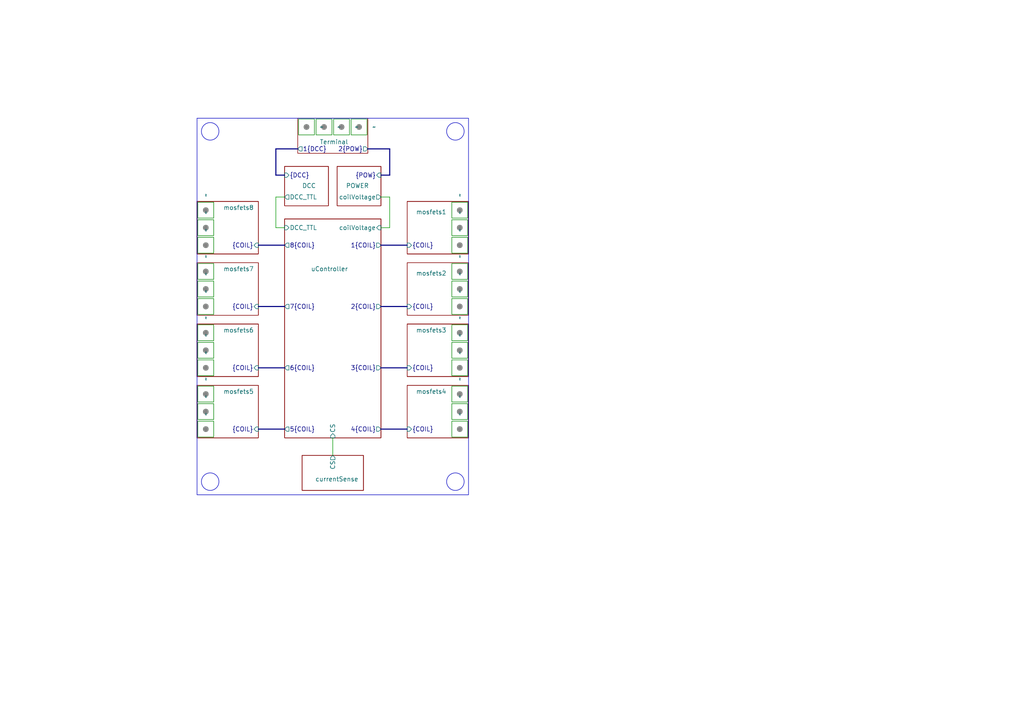
<source format=kicad_sch>
(kicad_sch (version 20231120) (generator "eeschema") (generator_version "8.0")
  (paper "A4")
  (lib_symbols
    (symbol "custom_kicad_lib_sk:screwterminal" (pin_numbers hide) (pin_names (offset 0) hide) (in_bom no) (on_board no)
      (symbol "screwterminal_1_1"
        (rectangle (start -2.3 2.3) (end 2.3 -2.3) (stroke (width 0) (color 0 132 0 1)))
        (circle (center 0 0) (radius 0.762) (stroke (width 0) (color 137 143 138 1)) (fill (type color) (color 132 132 132 1)))
      )
    )
  )
  (bus (pts (xy 106.68 43.18) (xy 113.03 43.18)))
  (bus (pts (xy 80.01 50.8) (xy 82.55 50.8)))
  (bus (pts (xy 113.03 43.18) (xy 113.03 50.8)))
  (wire (pts (xy 80.01 57.15) (xy 82.55 57.15)))
  (bus (pts (xy 74.93 71.12) (xy 82.55 71.12)))
  (bus (pts (xy 113.03 50.8) (xy 110.49 50.8)))
  (bus (pts (xy 110.49 71.12) (xy 118.11 71.12)))
  (bus (pts (xy 80.01 43.18) (xy 80.01 50.8)))
  (wire (pts (xy 96.52 132.08) (xy 96.52 127)))
  (bus (pts (xy 110.49 88.9) (xy 118.11 88.9)))
  (wire (pts (xy 110.49 57.15) (xy 113.03 57.15)))
  (wire (pts (xy 113.03 57.15) (xy 113.03 66.04)))
  (bus (pts (xy 110.49 106.68) (xy 118.11 106.68)))
  (wire (pts (xy 82.55 66.04) (xy 80.01 66.04)))
  (wire (pts (xy 110.49 66.04) (xy 113.03 66.04)))
  (wire (pts (xy 80.01 66.04) (xy 80.01 57.15)))
  (bus (pts (xy 74.93 88.9) (xy 82.55 88.9)))
  (bus (pts (xy 74.93 106.68) (xy 82.55 106.68)))
  (bus (pts (xy 110.49 124.46) (xy 118.11 124.46)))
  (bus (pts (xy 74.93 124.46) (xy 82.55 124.46)))
  (bus (pts (xy 86.36 43.18) (xy 80.01 43.18)))
  (circle (center 60.96 38.1) (radius 2.54))
  (circle (center 60.96 139.7) (radius 2.54))
  (circle (center 132.08 139.7) (radius 2.54))
  (rectangle (start 57.15 34.29) (end 135.89 143.51))
  (circle (center 132.08 38.1) (radius 2.54))
  (symbol (lib_id "custom_kicad_lib_sk:screwterminal") (at 59.69 106.68 90) (unit 1) (in_bom no) (on_board no)
    (property "Reference" "u109" (effects (hide yes)))
    (property "Value" "~" (at 59.69 102.87 0) (effects (justify left)))
  )
  (symbol (lib_id "custom_kicad_lib_sk:screwterminal") (at 59.69 119.38 90) (unit 1) (in_bom no) (on_board no)
    (property "Reference" "u111" (effects (hide yes)))
    (property "Value" "~" (at 59.69 115.57 0) (effects (justify left)))
  )
  (symbol (lib_id "custom_kicad_lib_sk:screwterminal") (at 88.9 36.83 0) (unit 1) (in_bom no) (on_board no)
    (property "Reference" "u113" (effects (hide yes)))
    (property "Value" "~" (at 92.71 36.83 0) (effects (justify left)))
  )
  (symbol (lib_id "custom_kicad_lib_sk:screwterminal") (at 59.69 88.9 90) (unit 1) (in_bom no) (on_board no)
    (property "Reference" "u106" (effects (hide yes)))
    (property "Value" "~" (at 59.69 85.09 0) (effects (justify left)))
  )
  (symbol (lib_id "custom_kicad_lib_sk:screwterminal") (at 59.69 78.74 90) (unit 1) (in_bom no) (on_board no)
    (property "Reference" "u104" (effects (hide yes)))
    (property "Value" "~" (at 59.69 74.93 0) (effects (justify left)))
  )
  (symbol (lib_id "custom_kicad_lib_sk:screwterminal") (at 133.35 124.46 90) (unit 1) (in_bom no) (on_board no)
    (property "Reference" "u128" (effects (hide yes)))
    (property "Value" "~" (at 133.35 120.65 0) (effects (justify left)))
  )
  (symbol (lib_id "custom_kicad_lib_sk:screwterminal") (at 133.35 96.52 90) (unit 1) (in_bom no) (on_board no)
    (property "Reference" "u123" (effects (hide yes)))
    (property "Value" "~" (at 133.35 92.71 0) (effects (justify left)))
  )
  (symbol (lib_id "custom_kicad_lib_sk:screwterminal") (at 133.35 60.96 90) (unit 1) (in_bom no) (on_board no)
    (property "Reference" "u117" (effects (hide yes)))
    (property "Value" "~" (at 133.35 57.15 0) (effects (justify left)))
  )
  (symbol (lib_id "custom_kicad_lib_sk:screwterminal") (at 133.35 88.9 90) (unit 1) (in_bom no) (on_board no)
    (property "Reference" "u122" (effects (hide yes)))
    (property "Value" "~" (at 133.35 85.09 0) (effects (justify left)))
  )
  (symbol (lib_id "custom_kicad_lib_sk:screwterminal") (at 59.69 71.12 90) (unit 1) (in_bom no) (on_board no)
    (property "Reference" "u103" (effects (hide yes)))
    (property "Value" "~" (at 59.69 67.31 0) (effects (justify left)))
  )
  (symbol (lib_id "custom_kicad_lib_sk:screwterminal") (at 59.69 83.82 90) (unit 1) (in_bom no) (on_board no)
    (property "Reference" "u105" (effects (hide yes)))
    (property "Value" "~" (at 59.69 80.01 0) (effects (justify left)))
  )
  (symbol (lib_id "custom_kicad_lib_sk:screwterminal") (at 59.69 96.52 90) (unit 1) (in_bom no) (on_board no)
    (property "Reference" "u107" (effects (hide yes)))
    (property "Value" "~" (at 59.69 92.71 0) (effects (justify left)))
  )
  (symbol (lib_id "custom_kicad_lib_sk:screwterminal") (at 59.69 124.46 90) (unit 1) (in_bom no) (on_board no)
    (property "Reference" "u112" (effects (hide yes)))
    (property "Value" "~" (at 59.69 120.65 0) (effects (justify left)))
  )
  (symbol (lib_id "custom_kicad_lib_sk:screwterminal") (at 133.35 78.74 90) (unit 1) (in_bom no) (on_board no)
    (property "Reference" "u120" (effects (hide yes)))
    (property "Value" "~" (at 133.35 74.93 0) (effects (justify left)))
  )
  (symbol (lib_id "custom_kicad_lib_sk:screwterminal") (at 59.69 60.96 90) (unit 1) (in_bom no) (on_board no)
    (property "Reference" "u101" (effects (hide yes)))
    (property "Value" "~" (at 59.69 57.15 0) (effects (justify left)))
  )
  (symbol (lib_id "custom_kicad_lib_sk:screwterminal") (at 133.35 83.82 90) (unit 1) (in_bom no) (on_board no)
    (property "Reference" "u121" (effects (hide yes)))
    (property "Value" "~" (at 133.35 80.01 0) (effects (justify left)))
  )
  (symbol (lib_id "custom_kicad_lib_sk:screwterminal") (at 133.35 71.12 90) (unit 1) (in_bom no) (on_board no)
    (property "Reference" "u119" (effects (hide yes)))
    (property "Value" "~" (at 133.35 67.31 0) (effects (justify left)))
  )
  (symbol (lib_id "custom_kicad_lib_sk:screwterminal") (at 133.35 66.04 90) (unit 1) (in_bom no) (on_board no)
    (property "Reference" "u118" (effects (hide yes)))
    (property "Value" "~" (at 133.35 62.23 0) (effects (justify left)))
  )
  (symbol (lib_id "custom_kicad_lib_sk:screwterminal") (at 133.35 119.38 90) (unit 1) (in_bom no) (on_board no)
    (property "Reference" "u127" (effects (hide yes)))
    (property "Value" "~" (at 133.35 115.57 0) (effects (justify left)))
  )
  (symbol (lib_id "custom_kicad_lib_sk:screwterminal") (at 59.69 114.3 90) (unit 1) (in_bom no) (on_board no)
    (property "Reference" "u110" (effects (hide yes)))
    (property "Value" "~" (at 59.69 110.49 0) (effects (justify left)))
  )
  (symbol (lib_id "custom_kicad_lib_sk:screwterminal") (at 133.35 101.6 90) (unit 1) (in_bom no) (on_board no)
    (property "Reference" "u124" (effects (hide yes)))
    (property "Value" "~" (at 133.35 97.79 0) (effects (justify left)))
  )
  (symbol (lib_id "custom_kicad_lib_sk:screwterminal") (at 133.35 114.3 90) (unit 1) (in_bom no) (on_board no)
    (property "Reference" "u126" (effects (hide yes)))
    (property "Value" "~" (at 133.35 110.49 0) (effects (justify left)))
  )
  (symbol (lib_id "custom_kicad_lib_sk:screwterminal") (at 59.69 66.04 90) (unit 1) (in_bom no) (on_board no)
    (property "Reference" "u102" (effects (hide yes)))
    (property "Value" "~" (at 59.69 62.23 0) (effects (justify left)))
  )
  (symbol (lib_id "custom_kicad_lib_sk:screwterminal") (at 99.06 36.83 0) (unit 1) (in_bom no) (on_board no)
    (property "Reference" "u115" (effects (hide yes)))
    (property "Value" "~" (at 102.87 36.83 0) (effects (justify left)))
  )
  (symbol (lib_id "custom_kicad_lib_sk:screwterminal") (at 133.35 106.68 90) (unit 1) (in_bom no) (on_board no)
    (property "Reference" "u125" (effects (hide yes)))
    (property "Value" "~" (at 133.35 102.87 0) (effects (justify left)))
  )
  (symbol (lib_id "custom_kicad_lib_sk:screwterminal") (at 104.14 36.83 0) (unit 1) (in_bom no) (on_board no)
    (property "Reference" "u116" (effects (hide yes)))
    (property "Value" "~" (at 107.95 36.83 0) (effects (justify left)))
  )
  (symbol (lib_id "custom_kicad_lib_sk:screwterminal") (at 93.98 36.83 0) (unit 1) (in_bom no) (on_board no)
    (property "Reference" "u114" (effects (hide yes)))
    (property "Value" "~" (at 97.79 36.83 0) (effects (justify left)))
  )
  (symbol (lib_id "custom_kicad_lib_sk:screwterminal") (at 59.69 101.6 90) (unit 1) (in_bom no) (on_board no)
    (property "Reference" "u108" (effects (hide yes)))
    (property "Value" "~" (at 59.69 97.79 0) (effects (justify left)))
  )
  (sheet (at 118.11 76.2) (size 17.78 15.24) (stroke (width 0.1524))
    (property "Sheetname" "mosfets2" (at 120.65 80.01 0) (effects (justify left bottom)))
    (property "Sheetfile" "mosfets.kicad_sch" (effects (hide yes)))
    (pin "{COIL}" input (at 118.11 88.9 180))
  )
  (sheet (at 87.63 132.08) (size 17.78 10.16) (stroke (width 0.1524))
    (property "Sheetname" "currentSense" (at 91.44 139.7 0) (effects (justify left bottom)))
    (property "Sheetfile" "currentSense.kicad_sch" (effects (hide yes)))
    (pin "CS" output (at 96.52 132.08 90))
  )
  (sheet (at 118.11 58.42) (size 17.78 15.24) (stroke (width 0.1524))
    (property "Sheetname" "mosfets1" (at 120.65 62.23 0) (effects (justify left bottom)))
    (property "Sheetfile" "mosfets.kicad_sch" (effects (hide yes)))
    (pin "{COIL}" input (at 118.11 71.12 180))
  )
  (sheet (at 118.11 93.98) (size 17.78 15.24) (stroke (width 0.1524))
    (property "Sheetname" "mosfets3" (at 120.65 96.52 0) (effects (justify left bottom)))
    (property "Sheetfile" "mosfets.kicad_sch" (effects (hide yes)))
    (pin "{COIL}" input (at 118.11 106.68 180))
  )
  (sheet (at 82.55 48.26) (size 12.7 11.43) (stroke (width 0.1524))
    (property "Sheetname" "DCC" (at 87.63 54.61 0) (effects (justify left bottom)))
    (property "Sheetfile" "DCC.kicad_sch" (effects (hide yes)))
    (pin "DCC_TTL" output (at 82.55 57.15 180))
    (pin "{DCC}" input (at 82.55 50.8 180))
  )
  (sheet (at 57.15 76.2) (size 17.78 15.24) (stroke (width 0.1524))
    (property "Sheetname" "mosfets7" (at 64.77 78.74 0) (effects (justify left bottom)))
    (property "Sheetfile" "mosfets.kicad_sch" (effects (hide yes)))
    (pin "{COIL}" input (at 74.93 88.9 0))
  )
  (sheet (at 97.79 48.26) (size 12.7 11.43) (stroke (width 0.1524))
    (property "Sheetname" "POWER" (at 100.33 54.61 0) (effects (justify left bottom)))
    (property "Sheetfile" "voltageRegulator.kicad_sch" (effects (hide yes)))
    (pin "coilVoltage" output (at 110.49 57.15 0))
    (pin "{POW}" input (at 110.49 50.8 0))
  )
  (sheet (at 82.55 63.5) (size 27.94 63.5) (stroke (width 0.1524))
    (property "Sheetname" "uController" (at 90.17 78.74 0) (effects (justify left bottom)))
    (property "Sheetfile" "uController.kicad_sch" (effects (hide yes)))
    (pin "DCC_TTL" input (at 82.55 66.04 180))
    (pin "coilVoltage" input (at 110.49 66.04 0))
    (pin "7{COIL}" output (at 82.55 88.9 180))
    (pin "6{COIL}" output (at 82.55 106.68 180))
    (pin "5{COIL}" output (at 82.55 124.46 180))
    (pin "8{COIL}" output (at 82.55 71.12 180))
    (pin "CS" input (at 96.52 127 270))
    (pin "1{COIL}" output (at 110.49 71.12 0))
    (pin "2{COIL}" output (at 110.49 88.9 0))
    (pin "3{COIL}" output (at 110.49 106.68 0))
    (pin "4{COIL}" output (at 110.49 124.46 0))
  )
  (sheet (at 86.36 34.29) (size 20.32 10.16) (stroke (width 0.1524))
    (property "Sheetname" "Terminal" (at 92.71 41.91 0) (effects (justify left bottom)))
    (property "Sheetfile" "Terminal.kicad_sch" (effects (hide yes)))
    (pin "1{DCC}" output (at 86.36 43.18 180))
    (pin "2{POW}" output (at 106.68 43.18 0))
  )
  (sheet (at 118.11 111.76) (size 17.78 15.24) (stroke (width 0.1524))
    (property "Sheetname" "mosfets4" (at 120.65 114.3 0) (effects (justify left bottom)))
    (property "Sheetfile" "mosfets.kicad_sch" (effects (hide yes)))
    (pin "{COIL}" input (at 118.11 124.46 180))
  )
  (sheet (at 57.15 93.98) (size 17.78 15.24) (stroke (width 0.1524))
    (property "Sheetname" "mosfets6" (at 64.77 96.52 0) (effects (justify left bottom)))
    (property "Sheetfile" "mosfets.kicad_sch" (effects (hide yes)))
    (pin "{COIL}" input (at 74.93 106.68 0))
  )
  (sheet (at 57.15 111.76) (size 17.78 15.24) (stroke (width 0.1524))
    (property "Sheetname" "mosfets5" (at 64.77 114.3 0) (effects (justify left bottom)))
    (property "Sheetfile" "mosfets.kicad_sch" (effects (hide yes)))
    (pin "{COIL}" input (at 74.93 124.46 0))
  )
  (sheet (at 57.15 58.42) (size 17.78 15.24) (stroke (width 0.1524))
    (property "Sheetname" "mosfets8" (at 64.77 60.96 0) (effects (justify left bottom)))
    (property "Sheetfile" "mosfets.kicad_sch" (effects (hide yes)))
    (pin "{COIL}" input (at 74.93 71.12 0))
  )
)
</source>
